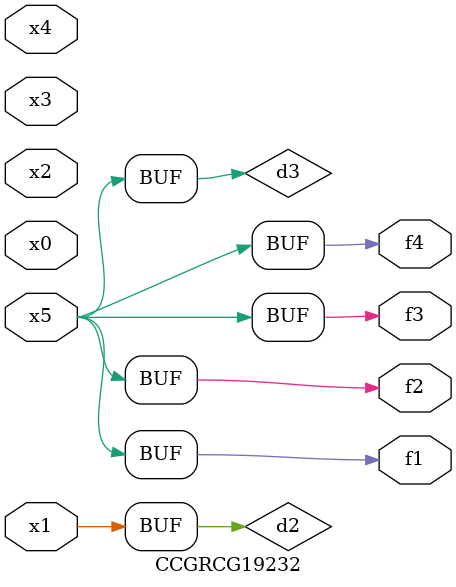
<source format=v>
module CCGRCG19232(
	input x0, x1, x2, x3, x4, x5,
	output f1, f2, f3, f4
);

	wire d1, d2, d3;

	not (d1, x5);
	or (d2, x1);
	xnor (d3, d1);
	assign f1 = d3;
	assign f2 = d3;
	assign f3 = d3;
	assign f4 = d3;
endmodule

</source>
